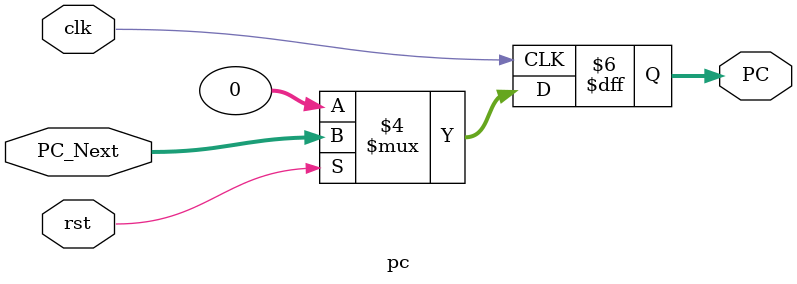
<source format=v>
`timescale 1ns / 1ps

module pc(clk,rst,PC,PC_Next);
    input clk,rst;
    input [31:0]PC_Next;
    output [31:0]PC;
    reg [31:0]PC;

    always @(posedge clk)
    begin
        if(~rst)
            PC <= {32{1'b0}};
        else
            PC <= PC_Next;
    end
endmodule

</source>
